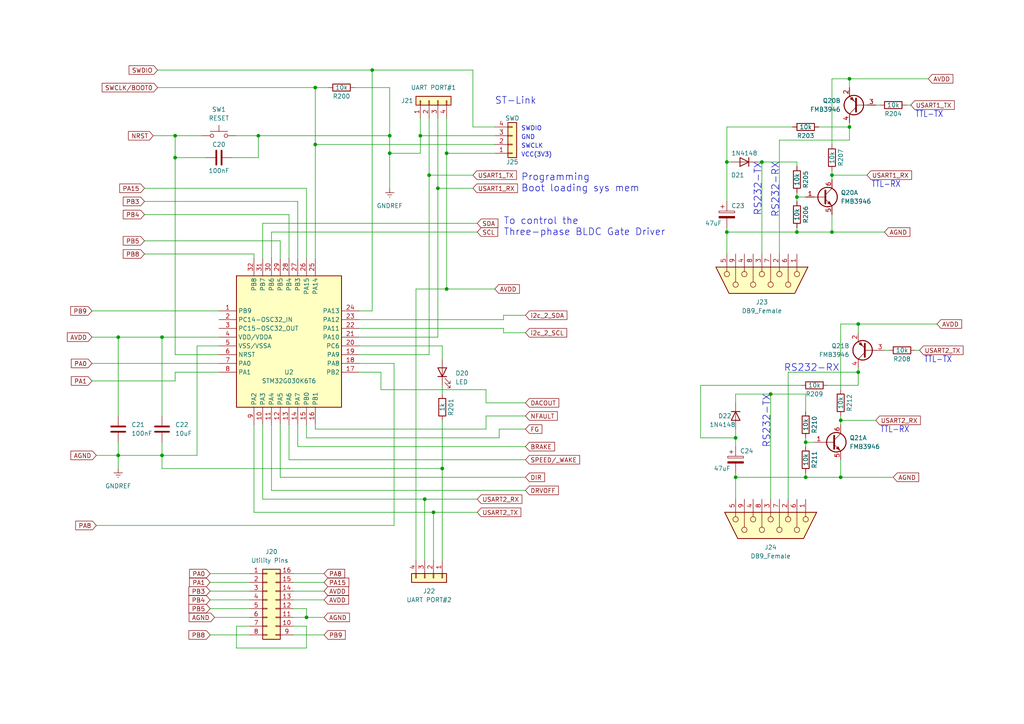
<source format=kicad_sch>
(kicad_sch (version 20231120) (generator "eeschema") (generator_version "8.0")
  (paper "A4")
  (lib_symbols
    (symbol "Connector:DB9_Female" (pin_names (offset 1.016) hide)
      (property "Reference" "J" (at 0 13.97 0))
      (property "Value" "DB9_Female" (at 0 -14.605 0))
      (symbol "DB9_Female_0_1"
        (circle (center -1.778 -10.16) (radius 0.762))
        (circle (center -1.778 -5.08) (radius 0.762))
        (circle (center -1.778 0) (radius 0.762))
        (circle (center -1.778 5.08) (radius 0.762))
        (circle (center -1.778 10.16) (radius 0.762))
        (polyline (pts (xy -3.81 -10.16) (xy -2.54 -10.16)))
        (polyline (pts (xy -3.81 -7.62) (xy 0.508 -7.62)))
        (polyline (pts (xy -3.81 -5.08) (xy -2.54 -5.08)))
        (polyline (pts (xy -3.81 -2.54) (xy 0.508 -2.54)))
        (polyline (pts (xy -3.81 0) (xy -2.54 0)))
        (polyline (pts (xy -3.81 2.54) (xy 0.508 2.54)))
        (polyline (pts (xy -3.81 5.08) (xy -2.54 5.08)))
        (polyline (pts (xy -3.81 7.62) (xy 0.508 7.62)))
        (polyline (pts (xy -3.81 10.16) (xy -2.54 10.16)))
        (polyline (pts (xy -3.81 13.335) (xy -3.81 -13.335) (xy 3.81 -9.525) (xy 3.81 9.525) (xy -3.81 13.335)) (stroke (width 0.254)) (fill (type background)))
        (circle (center 1.27 -7.62) (radius 0.762))
        (circle (center 1.27 -2.54) (radius 0.762))
        (circle (center 1.27 2.54) (radius 0.762))
        (circle (center 1.27 7.62) (radius 0.762))
      )
      (symbol "DB9_Female_1_1"
        (pin passive line (at -7.62 10.16 0) (length 3.81) (name "1") (number "1"))
        (pin passive line (at -7.62 5.08 0) (length 3.81) (name "2") (number "2"))
        (pin passive line (at -7.62 0 0) (length 3.81) (name "3") (number "3"))
        (pin passive line (at -7.62 -5.08 0) (length 3.81) (name "4") (number "4"))
        (pin passive line (at -7.62 -10.16 0) (length 3.81) (name "5") (number "5"))
        (pin passive line (at -7.62 7.62 0) (length 3.81) (name "6") (number "6"))
        (pin passive line (at -7.62 2.54 0) (length 3.81) (name "7") (number "7"))
        (pin passive line (at -7.62 -2.54 0) (length 3.81) (name "8") (number "8"))
        (pin passive line (at -7.62 -7.62 0) (length 3.81) (name "9") (number "9"))
      )
    )
    (symbol "Connector_Generic:Conn_01x04" (pin_names (offset 1.016) hide)
      (property "Reference" "J" (at 0 5.08 0))
      (property "Value" "Conn_01x04" (at 0 -7.62 0))
      (symbol "Conn_01x04_1_1"
        (rectangle (start -1.27 -4.953) (end 0 -5.207) (stroke (width 0.1524)))
        (rectangle (start -1.27 -2.413) (end 0 -2.667) (stroke (width 0.1524)))
        (rectangle (start -1.27 0.127) (end 0 -0.127) (stroke (width 0.1524)))
        (rectangle (start -1.27 2.667) (end 0 2.413) (stroke (width 0.1524)))
        (rectangle (start -1.27 3.81) (end 1.27 -6.35) (stroke (width 0.254)) (fill (type background)))
        (pin passive line (at -5.08 2.54 0) (length 3.81) (name "Pin_1") (number "1"))
        (pin passive line (at -5.08 0 0) (length 3.81) (name "Pin_2") (number "2"))
        (pin passive line (at -5.08 -2.54 0) (length 3.81) (name "Pin_3") (number "3"))
        (pin passive line (at -5.08 -5.08 0) (length 3.81) (name "Pin_4") (number "4"))
      )
    )
    (symbol "Connector_Generic:Conn_02x08_Counter_Clockwise" (pin_names (offset 1.016) hide)
      (property "Reference" "J" (at 1.27 10.16 0))
      (property "Value" "Conn_02x08_Counter_Clockwise" (at 1.27 -12.7 0))
      (symbol "Conn_02x08_Counter_Clockwise_1_1"
        (rectangle (start -1.27 -10.033) (end 0 -10.287) (stroke (width 0.1524)))
        (rectangle (start -1.27 -7.493) (end 0 -7.747) (stroke (width 0.1524)))
        (rectangle (start -1.27 -4.953) (end 0 -5.207) (stroke (width 0.1524)))
        (rectangle (start -1.27 -2.413) (end 0 -2.667) (stroke (width 0.1524)))
        (rectangle (start -1.27 0.127) (end 0 -0.127) (stroke (width 0.1524)))
        (rectangle (start -1.27 2.667) (end 0 2.413) (stroke (width 0.1524)))
        (rectangle (start -1.27 5.207) (end 0 4.953) (stroke (width 0.1524)))
        (rectangle (start -1.27 7.747) (end 0 7.493) (stroke (width 0.1524)))
        (rectangle (start -1.27 8.89) (end 3.81 -11.43) (stroke (width 0.254)) (fill (type background)))
        (rectangle (start 3.81 -10.033) (end 2.54 -10.287) (stroke (width 0.1524)))
        (rectangle (start 3.81 -7.493) (end 2.54 -7.747) (stroke (width 0.1524)))
        (rectangle (start 3.81 -4.953) (end 2.54 -5.207) (stroke (width 0.1524)))
        (rectangle (start 3.81 -2.413) (end 2.54 -2.667) (stroke (width 0.1524)))
        (rectangle (start 3.81 0.127) (end 2.54 -0.127) (stroke (width 0.1524)))
        (rectangle (start 3.81 2.667) (end 2.54 2.413) (stroke (width 0.1524)))
        (rectangle (start 3.81 5.207) (end 2.54 4.953) (stroke (width 0.1524)))
        (rectangle (start 3.81 7.747) (end 2.54 7.493) (stroke (width 0.1524)))
        (pin passive line (at -5.08 7.62 0) (length 3.81) (name "Pin_1") (number "1"))
        (pin passive line (at 7.62 -7.62 180) (length 3.81) (name "Pin_10") (number "10"))
        (pin passive line (at 7.62 -5.08 180) (length 3.81) (name "Pin_11") (number "11"))
        (pin passive line (at 7.62 -2.54 180) (length 3.81) (name "Pin_12") (number "12"))
        (pin passive line (at 7.62 0 180) (length 3.81) (name "Pin_13") (number "13"))
        (pin passive line (at 7.62 2.54 180) (length 3.81) (name "Pin_14") (number "14"))
        (pin passive line (at 7.62 5.08 180) (length 3.81) (name "Pin_15") (number "15"))
        (pin passive line (at 7.62 7.62 180) (length 3.81) (name "Pin_16") (number "16"))
        (pin passive line (at -5.08 5.08 0) (length 3.81) (name "Pin_2") (number "2"))
        (pin passive line (at -5.08 2.54 0) (length 3.81) (name "Pin_3") (number "3"))
        (pin passive line (at -5.08 0 0) (length 3.81) (name "Pin_4") (number "4"))
        (pin passive line (at -5.08 -2.54 0) (length 3.81) (name "Pin_5") (number "5"))
        (pin passive line (at -5.08 -5.08 0) (length 3.81) (name "Pin_6") (number "6"))
        (pin passive line (at -5.08 -7.62 0) (length 3.81) (name "Pin_7") (number "7"))
        (pin passive line (at -5.08 -10.16 0) (length 3.81) (name "Pin_8") (number "8"))
        (pin passive line (at 7.62 -10.16 180) (length 3.81) (name "Pin_9") (number "9"))
      )
    )
    (symbol "DB9_Female_1" (pin_names (offset 1.016) hide)
      (property "Reference" "J" (at 0 13.97 0))
      (property "Value" "DB9_Female_1" (at 0 -14.605 0))
      (symbol "DB9_Female_1_0_1"
        (circle (center -1.778 -10.16) (radius 0.762))
        (circle (center -1.778 -5.08) (radius 0.762))
        (circle (center -1.778 0) (radius 0.762))
        (circle (center -1.778 5.08) (radius 0.762))
        (circle (center -1.778 10.16) (radius 0.762))
        (polyline (pts (xy -3.81 -10.16) (xy -2.54 -10.16)))
        (polyline (pts (xy -3.81 -7.62) (xy 0.508 -7.62)))
        (polyline (pts (xy -3.81 -5.08) (xy -2.54 -5.08)))
        (polyline (pts (xy -3.81 -2.54) (xy 0.508 -2.54)))
        (polyline (pts (xy -3.81 0) (xy -2.54 0)))
        (polyline (pts (xy -3.81 2.54) (xy 0.508 2.54)))
        (polyline (pts (xy -3.81 5.08) (xy -2.54 5.08)))
        (polyline (pts (xy -3.81 7.62) (xy 0.508 7.62)))
        (polyline (pts (xy -3.81 10.16) (xy -2.54 10.16)))
        (polyline (pts (xy -3.81 13.335) (xy -3.81 -13.335) (xy 3.81 -9.525) (xy 3.81 9.525) (xy -3.81 13.335)) (stroke (width 0.254)) (fill (type background)))
        (circle (center 1.27 -7.62) (radius 0.762))
        (circle (center 1.27 -2.54) (radius 0.762))
        (circle (center 1.27 2.54) (radius 0.762))
        (circle (center 1.27 7.62) (radius 0.762))
      )
      (symbol "DB9_Female_1_1_1"
        (pin passive line (at -7.62 10.16 0) (length 3.81) (name "1") (number "1"))
        (pin passive line (at -7.62 5.08 0) (length 3.81) (name "2") (number "2"))
        (pin passive line (at -7.62 0 0) (length 3.81) (name "3") (number "3"))
        (pin passive line (at -7.62 -5.08 0) (length 3.81) (name "4") (number "4"))
        (pin passive line (at -7.62 -10.16 0) (length 3.81) (name "5") (number "5"))
        (pin passive line (at -7.62 7.62 0) (length 3.81) (name "6") (number "6"))
        (pin passive line (at -7.62 2.54 0) (length 3.81) (name "7") (number "7"))
        (pin passive line (at -7.62 -2.54 0) (length 3.81) (name "8") (number "8"))
        (pin passive line (at -7.62 -7.62 0) (length 3.81) (name "9") (number "9"))
      )
    )
    (symbol "Device:C" (pin_numbers hide) (pin_names (offset 0.254))
      (property "Reference" "C" (at 0.635 2.54 0))
      (property "Value" "C" (at 0.635 -2.54 0))
      (symbol "C_0_1"
        (polyline (pts (xy -2.032 -0.762) (xy 2.032 -0.762)) (stroke (width 0.508)))
        (polyline (pts (xy -2.032 0.762) (xy 2.032 0.762)) (stroke (width 0.508)))
      )
      (symbol "C_1_1"
        (pin passive line (at 0 3.81 270) (length 2.794) (name "~") (number "1"))
        (pin passive line (at 0 -3.81 90) (length 2.794) (name "~") (number "2"))
      )
    )
    (symbol "Device:C_Polarized" (pin_numbers hide) (pin_names (offset 0.254))
      (property "Reference" "C" (at 0.635 2.54 0))
      (property "Value" "C_Polarized" (at 0.635 -2.54 0))
      (symbol "C_Polarized_0_1"
        (rectangle (start -2.286 0.508) (end 2.286 1.016))
        (polyline (pts (xy -1.778 2.286) (xy -0.762 2.286)))
        (polyline (pts (xy -1.27 2.794) (xy -1.27 1.778)))
        (rectangle (start 2.286 -0.508) (end -2.286 -1.016) (fill (type outline)))
      )
      (symbol "C_Polarized_1_1"
        (pin passive line (at 0 3.81 270) (length 2.794) (name "~") (number "1"))
        (pin passive line (at 0 -3.81 90) (length 2.794) (name "~") (number "2"))
      )
    )
    (symbol "Device:LED" (pin_numbers hide) (pin_names (offset 1.016) hide)
      (property "Reference" "D" (at 0 2.54 0))
      (property "Value" "LED" (at 0 -2.54 0))
      (symbol "LED_0_1"
        (polyline (pts (xy -1.27 -1.27) (xy -1.27 1.27)) (stroke (width 0.254)))
        (polyline (pts (xy -1.27 0) (xy 1.27 0)))
        (polyline (pts (xy 1.27 -1.27) (xy 1.27 1.27) (xy -1.27 0) (xy 1.27 -1.27)) (stroke (width 0.254)))
        (polyline (pts (xy -3.048 -0.762) (xy -4.572 -2.286) (xy -3.81 -2.286) (xy -4.572 -2.286) (xy -4.572 -1.524)))
        (polyline (pts (xy -1.778 -0.762) (xy -3.302 -2.286) (xy -2.54 -2.286) (xy -3.302 -2.286) (xy -3.302 -1.524)))
      )
      (symbol "LED_1_1"
        (pin passive line (at -3.81 0 0) (length 2.54) (name "K") (number "1"))
        (pin passive line (at 3.81 0 180) (length 2.54) (name "A") (number "2"))
      )
    )
    (symbol "Device:R" (pin_numbers hide) (pin_names (offset 0))
      (property "Reference" "R" (at 2.032 0 90))
      (property "Value" "R" (at 0 0 90))
      (symbol "R_0_1"
        (rectangle (start -1.016 -2.54) (end 1.016 2.54) (stroke (width 0.254)))
      )
      (symbol "R_1_1"
        (pin passive line (at 0 3.81 270) (length 1.27) (name "~") (number "1"))
        (pin passive line (at 0 -3.81 90) (length 1.27) (name "~") (number "2"))
      )
    )
    (symbol "Diode:1N4148" (pin_numbers hide) (pin_names (offset 1.016) hide)
      (property "Reference" "D" (at 0 2.54 0))
      (property "Value" "1N4148" (at 0 -2.54 0))
      (symbol "1N4148_0_1"
        (polyline (pts (xy -1.27 1.27) (xy -1.27 -1.27)) (stroke (width 0.254)))
        (polyline (pts (xy 1.27 0) (xy -1.27 0)))
        (polyline (pts (xy 1.27 1.27) (xy 1.27 -1.27) (xy -1.27 0) (xy 1.27 1.27)) (stroke (width 0.254)))
      )
      (symbol "1N4148_1_1"
        (pin passive line (at -3.81 0 0) (length 2.54) (name "K") (number "1"))
        (pin passive line (at 3.81 0 180) (length 2.54) (name "A") (number "2"))
      )
    )
    (symbol "STM32G030K6T6:STM32G030K6T6"
      (property "Value" "STM32G030K6T6" (at 0 0 0))
      (property "Reference_1" "IC" (at 36.83 15.24 0))
      (property "Value_1" "STM32G030K6T6" (at 36.83 12.7 0))
      (symbol "STM32G030K6T6_1_1"
        (rectangle (start 5.08 10.16) (end 35.56 -27.94) (stroke (width 0.254)) (fill (type background)))
        (pin passive line (at 0 0 0) (length 5.08) (name "PB9") (number "1"))
        (pin passive line (at 12.7 -33.02 90) (length 5.08) (name "PA3") (number "10"))
        (pin passive line (at 15.24 -33.02 90) (length 5.08) (name "PA4") (number "11"))
        (pin passive line (at 17.78 -33.02 90) (length 5.08) (name "PA5") (number "12"))
        (pin passive line (at 20.32 -33.02 90) (length 5.08) (name "PA6") (number "13"))
        (pin passive line (at 22.86 -33.02 90) (length 5.08) (name "PA7") (number "14"))
        (pin passive line (at 25.4 -33.02 90) (length 5.08) (name "PB0") (number "15"))
        (pin passive line (at 27.94 -33.02 90) (length 5.08) (name "PB1") (number "16"))
        (pin passive line (at 40.64 -17.78 180) (length 5.08) (name "PB2") (number "17"))
        (pin passive line (at 40.64 -15.24 180) (length 5.08) (name "PA8") (number "18"))
        (pin passive line (at 40.64 -12.7 180) (length 5.08) (name "PA9") (number "19"))
        (pin passive line (at 0 -2.54 0) (length 5.08) (name "PC14-OSC32_IN") (number "2"))
        (pin passive line (at 40.64 -10.16 180) (length 5.08) (name "PC6") (number "20"))
        (pin passive line (at 40.64 -7.62 180) (length 5.08) (name "PA10") (number "21"))
        (pin passive line (at 40.64 -5.08 180) (length 5.08) (name "PA11") (number "22"))
        (pin passive line (at 40.64 -2.54 180) (length 5.08) (name "PA12") (number "23"))
        (pin passive line (at 40.64 0 180) (length 5.08) (name "PA13") (number "24"))
        (pin passive line (at 27.94 15.24 270) (length 5.08) (name "PA14") (number "25"))
        (pin passive line (at 25.4 15.24 270) (length 5.08) (name "PA15") (number "26"))
        (pin passive line (at 22.86 15.24 270) (length 5.08) (name "PB3") (number "27"))
        (pin passive line (at 20.32 15.24 270) (length 5.08) (name "PB4") (number "28"))
        (pin passive line (at 17.78 15.24 270) (length 5.08) (name "PB5") (number "29"))
        (pin passive line (at 0 -5.08 0) (length 5.08) (name "PC15-OSC32_OUT") (number "3"))
        (pin passive line (at 15.24 15.24 270) (length 5.08) (name "PB6") (number "30"))
        (pin passive line (at 12.7 15.24 270) (length 5.08) (name "PB7") (number "31"))
        (pin passive line (at 10.16 15.24 270) (length 5.08) (name "PB8") (number "32"))
        (pin passive line (at 0 -7.62 0) (length 5.08) (name "VDD/VDDA") (number "4"))
        (pin passive line (at 0 -10.16 0) (length 5.08) (name "VSS/VSSA") (number "5"))
        (pin passive line (at 0 -12.7 0) (length 5.08) (name "NRST") (number "6"))
        (pin passive line (at 0 -15.24 0) (length 5.08) (name "PA0") (number "7"))
        (pin passive line (at 0 -17.78 0) (length 5.08) (name "PA1") (number "8"))
        (pin passive line (at 10.16 -33.02 90) (length 5.08) (name "PA2") (number "9"))
      )
    )
    (symbol "Switch:SW_Push" (pin_numbers hide) (pin_names (offset 1.016) hide)
      (property "Reference" "SW" (at 1.27 2.54 0))
      (property "Value" "SW_Push" (at 0 -1.524 0))
      (symbol "SW_Push_0_1"
        (circle (center -2.032 0) (radius 0.508))
        (polyline (pts (xy 0 1.27) (xy 0 3.048)))
        (polyline (pts (xy 2.54 1.27) (xy -2.54 1.27)))
        (circle (center 2.032 0) (radius 0.508))
        (pin passive line (at -5.08 0 0) (length 2.54) (name "1") (number "1"))
        (pin passive line (at 5.08 0 180) (length 2.54) (name "2") (number "2"))
      )
    )
    (symbol "Transistor_BJT:FMB3946" (pin_names (offset 0) hide)
      (property "Reference" "Q" (at 5.08 1.27 0))
      (property "Value" "FMB3946" (at 5.08 -1.27 0))
      (symbol "FMB3946_0_1"
        (polyline (pts (xy 0.635 0) (xy -2.54 0)))
        (circle (center 1.27 0) (radius 2.8194) (stroke (width 0.254)))
        (circle (center 1.27 0) (radius 2.8194) (stroke (width 0.254)))
      )
      (symbol "FMB3946_1_1"
        (polyline (pts (xy 0.635 0.635) (xy 2.54 2.54)))
        (polyline (pts (xy 0.635 -0.635) (xy 2.54 -2.54) (xy 2.54 -2.54)))
        (polyline (pts (xy 0.635 1.905) (xy 0.635 -1.905) (xy 0.635 -1.905)) (stroke (width 0.508)))
        (polyline (pts (xy 1.27 -1.778) (xy 1.778 -1.27) (xy 2.286 -2.286) (xy 1.27 -1.778) (xy 1.27 -1.778)) (fill (type outline)))
        (pin input line (at -5.08 0 0) (length 2.54) (name "B1") (number "1"))
        (pin passive line (at 2.54 -5.08 90) (length 2.54) (name "E1") (number "5"))
        (pin passive line (at 2.54 5.08 270) (length 2.54) (name "C1") (number "6"))
      )
      (symbol "FMB3946_2_1"
        (polyline (pts (xy 0.635 0.635) (xy 2.54 2.54)))
        (polyline (pts (xy 0.635 -0.635) (xy 2.54 -2.54) (xy 2.54 -2.54)))
        (polyline (pts (xy 0.635 1.905) (xy 0.635 -1.905) (xy 0.635 -1.905)) (stroke (width 0.508)))
        (polyline (pts (xy 2.286 -1.778) (xy 1.778 -2.286) (xy 1.27 -1.27) (xy 2.286 -1.778) (xy 2.286 -1.778)) (fill (type outline)))
        (pin passive line (at 2.54 -5.08 90) (length 2.54) (name "E2") (number "2"))
        (pin input line (at -5.08 0 0) (length 2.54) (name "B2") (number "3"))
        (pin passive line (at 2.54 5.08 270) (length 2.54) (name "C2") (number "4"))
      )
    )
    (symbol "power:GNDREF" (power) (pin_names (offset 0))
      (property "Value" "GNDREF" (at 0 -3.81 0))
      (symbol "GNDREF_0_1"
        (polyline (pts (xy -0.635 -1.905) (xy 0.635 -1.905)))
        (polyline (pts (xy -0.127 -2.54) (xy 0.127 -2.54)))
        (polyline (pts (xy 0 -1.27) (xy 0 0)))
        (polyline (pts (xy 1.27 -1.27) (xy -1.27 -1.27)))
      )
      (symbol "GNDREF_1_1"
        (pin power_in line (at 0 0 270) (length 0) hide (name "GNDREF") (number "1"))
      )
    )
  )
  (junction (at 46.99 132.08))
  (junction (at 127 54.61))
  (junction (at 241.3 50.8))
  (junction (at 231.14 57.15))
  (junction (at 34.29 132.08))
  (junction (at 125.73 148.59))
  (junction (at 107.95 20.32))
  (junction (at 121.92 39.37))
  (junction (at 74.93 39.37))
  (junction (at 248.92 107.95))
  (junction (at 246.38 22.86))
  (junction (at 46.99 97.79))
  (junction (at 210.82 67.31))
  (junction (at 213.36 138.43))
  (junction (at 210.82 46.99))
  (junction (at 123.19 144.78))
  (junction (at 246.38 36.83))
  (junction (at 233.68 138.43))
  (junction (at 91.44 41.91))
  (junction (at 223.52 114.3))
  (junction (at 128.27 135.89))
  (junction (at 113.03 44.45))
  (junction (at 243.84 121.92))
  (junction (at 50.8 39.37))
  (junction (at 248.92 93.98))
  (junction (at 243.84 138.43))
  (junction (at 233.68 128.27))
  (junction (at 124.46 50.8))
  (junction (at 91.44 25.4))
  (junction (at 213.36 127))
  (junction (at 34.29 97.79))
  (junction (at 231.14 67.31))
  (junction (at 241.3 67.31))
  (junction (at 220.98 46.99))
  (junction (at 50.8 45.72))
  (junction (at 129.54 44.45))
  (junction (at 113.03 39.37))
  (junction (at 129.54 83.82))
  (junction (at 88.9 179.07))
  (wire (pts (xy 146.05 92.71) (xy 146.05 91.44)))
  (wire (pts (xy 50.8 110.49) (xy 50.8 107.95)))
  (wire (pts (xy 50.8 102.87) (xy 63.5 102.87)))
  (wire (pts (xy 121.92 39.37) (xy 121.92 44.45)))
  (wire (pts (xy 241.3 49.53) (xy 241.3 50.8)))
  (wire (pts (xy 246.38 22.86) (xy 269.24 22.86)))
  (wire (pts (xy 140.97 113.03) (xy 140.97 116.84)))
  (wire (pts (xy 233.68 114.3) (xy 233.68 119.38)))
  (wire (pts (xy 265.43 101.6) (xy 266.7 101.6)))
  (wire (pts (xy 60.96 171.45) (xy 72.39 171.45)))
  (wire (pts (xy 228.6 107.95) (xy 228.6 144.78)))
  (wire (pts (xy 143.51 39.37) (xy 121.92 39.37)))
  (wire (pts (xy 73.66 73.66) (xy 41.91 73.66)))
  (wire (pts (xy 123.19 144.78) (xy 123.19 162.56)))
  (wire (pts (xy 129.54 44.45) (xy 129.54 83.82)))
  (wire (pts (xy 146.05 96.52) (xy 152.4 96.52)))
  (wire (pts (xy 26.67 97.79) (xy 34.29 97.79)))
  (wire (pts (xy 74.93 39.37) (xy 68.58 39.37)))
  (wire (pts (xy 210.82 36.83) (xy 229.87 36.83)))
  (wire (pts (xy 110.49 107.95) (xy 110.49 113.03)))
  (wire (pts (xy 124.46 102.87) (xy 124.46 50.8)))
  (wire (pts (xy 58.42 39.37) (xy 50.8 39.37)))
  (wire (pts (xy 85.09 171.45) (xy 93.98 171.45)))
  (wire (pts (xy 203.2 127) (xy 213.36 127)))
  (wire (pts (xy 83.82 133.35) (xy 83.82 123.19)))
  (wire (pts (xy 88.9 187.96) (xy 88.9 181.61)))
  (wire (pts (xy 243.84 121.92) (xy 254 121.92)))
  (wire (pts (xy 85.09 176.53) (xy 88.9 176.53)))
  (wire (pts (xy 213.36 144.78) (xy 213.36 138.43)))
  (wire (pts (xy 120.65 162.56) (xy 120.65 83.82)))
  (wire (pts (xy 210.82 73.66) (xy 210.82 67.31)))
  (wire (pts (xy 233.68 128.27) (xy 233.68 129.54)))
  (wire (pts (xy 241.3 50.8) (xy 241.3 52.07)))
  (wire (pts (xy 233.68 138.43) (xy 243.84 138.43)))
  (wire (pts (xy 110.49 113.03) (xy 140.97 113.03)))
  (wire (pts (xy 68.58 187.96) (xy 88.9 187.96)))
  (wire (pts (xy 104.14 97.79) (xy 127 97.79)))
  (wire (pts (xy 60.96 166.37) (xy 72.39 166.37)))
  (wire (pts (xy 81.28 74.93) (xy 81.28 69.85)))
  (wire (pts (xy 113.03 44.45) (xy 121.92 44.45)))
  (wire (pts (xy 128.27 100.33) (xy 104.14 100.33)))
  (wire (pts (xy 104.14 95.25) (xy 146.05 95.25)))
  (wire (pts (xy 88.9 127) (xy 144.78 127)))
  (wire (pts (xy 128.27 162.56) (xy 128.27 135.89)))
  (wire (pts (xy 63.5 97.79) (xy 46.99 97.79)))
  (wire (pts (xy 213.36 127) (xy 213.36 129.54)))
  (wire (pts (xy 233.68 127) (xy 233.68 128.27)))
  (wire (pts (xy 129.54 34.29) (xy 129.54 44.45)))
  (wire (pts (xy 45.72 25.4) (xy 91.44 25.4)))
  (wire (pts (xy 223.52 144.78) (xy 223.52 114.3)))
  (wire (pts (xy 241.3 67.31) (xy 256.54 67.31)))
  (wire (pts (xy 128.27 121.92) (xy 128.27 135.89)))
  (wire (pts (xy 63.5 105.41) (xy 26.67 105.41)))
  (wire (pts (xy 226.06 40.64) (xy 246.38 40.64)))
  (wire (pts (xy 73.66 74.93) (xy 73.66 73.66)))
  (wire (pts (xy 127 54.61) (xy 127 34.29)))
  (wire (pts (xy 81.28 123.19) (xy 81.28 138.43)))
  (wire (pts (xy 63.5 100.33) (xy 57.15 100.33)))
  (wire (pts (xy 46.99 135.89) (xy 46.99 132.08)))
  (wire (pts (xy 213.36 137.16) (xy 213.36 138.43)))
  (wire (pts (xy 62.23 179.07) (xy 72.39 179.07)))
  (wire (pts (xy 45.72 20.32) (xy 107.95 20.32)))
  (wire (pts (xy 143.51 36.83) (xy 137.16 36.83)))
  (wire (pts (xy 243.84 120.65) (xy 243.84 121.92)))
  (wire (pts (xy 213.36 138.43) (xy 233.68 138.43)))
  (wire (pts (xy 220.98 73.66) (xy 220.98 46.99)))
  (wire (pts (xy 76.2 64.77) (xy 138.43 64.77)))
  (wire (pts (xy 50.8 45.72) (xy 50.8 102.87)))
  (wire (pts (xy 104.14 107.95) (xy 110.49 107.95)))
  (wire (pts (xy 144.78 124.46) (xy 152.4 124.46)))
  (wire (pts (xy 88.9 74.93) (xy 88.9 54.61)))
  (wire (pts (xy 246.38 36.83) (xy 246.38 40.64)))
  (wire (pts (xy 91.44 41.91) (xy 91.44 74.93)))
  (wire (pts (xy 146.05 95.25) (xy 146.05 96.52)))
  (wire (pts (xy 246.38 22.86) (xy 246.38 25.4)))
  (wire (pts (xy 246.38 35.56) (xy 246.38 36.83)))
  (wire (pts (xy 140.97 120.65) (xy 152.4 120.65)))
  (wire (pts (xy 67.31 45.72) (xy 74.93 45.72)))
  (wire (pts (xy 113.03 39.37) (xy 113.03 25.4)))
  (wire (pts (xy 243.84 93.98) (xy 248.92 93.98)))
  (wire (pts (xy 74.93 39.37) (xy 113.03 39.37)))
  (wire (pts (xy 248.92 93.98) (xy 248.92 96.52)))
  (wire (pts (xy 46.99 132.08) (xy 34.29 132.08)))
  (wire (pts (xy 226.06 40.64) (xy 226.06 73.66)))
  (wire (pts (xy 91.44 41.91) (xy 143.51 41.91)))
  (wire (pts (xy 144.78 127) (xy 144.78 124.46)))
  (wire (pts (xy 248.92 107.95) (xy 248.92 111.76)))
  (wire (pts (xy 137.16 36.83) (xy 137.16 20.32)))
  (wire (pts (xy 241.3 62.23) (xy 241.3 67.31)))
  (wire (pts (xy 41.91 62.23) (xy 83.82 62.23)))
  (wire (pts (xy 46.99 135.89) (xy 128.27 135.89)))
  (wire (pts (xy 129.54 83.82) (xy 143.51 83.82)))
  (wire (pts (xy 46.99 97.79) (xy 46.99 120.65)))
  (wire (pts (xy 46.99 97.79) (xy 34.29 97.79)))
  (wire (pts (xy 237.49 36.83) (xy 246.38 36.83)))
  (wire (pts (xy 44.45 39.37) (xy 50.8 39.37)))
  (wire (pts (xy 81.28 138.43) (xy 152.4 138.43)))
  (wire (pts (xy 50.8 110.49) (xy 26.67 110.49)))
  (wire (pts (xy 78.74 67.31) (xy 78.74 74.93)))
  (wire (pts (xy 203.2 111.76) (xy 232.41 111.76)))
  (wire (pts (xy 128.27 104.14) (xy 128.27 100.33)))
  (wire (pts (xy 78.74 67.31) (xy 138.43 67.31)))
  (wire (pts (xy 57.15 100.33) (xy 57.15 132.08)))
  (wire (pts (xy 60.96 176.53) (xy 72.39 176.53)))
  (wire (pts (xy 76.2 144.78) (xy 123.19 144.78)))
  (wire (pts (xy 210.82 66.04) (xy 210.82 67.31)))
  (wire (pts (xy 120.65 83.82) (xy 129.54 83.82)))
  (wire (pts (xy 60.96 184.15) (xy 72.39 184.15)))
  (wire (pts (xy 76.2 144.78) (xy 76.2 123.19)))
  (wire (pts (xy 27.94 132.08) (xy 34.29 132.08)))
  (wire (pts (xy 152.4 129.54) (xy 86.36 129.54)))
  (wire (pts (xy 146.05 91.44) (xy 152.4 91.44)))
  (wire (pts (xy 50.8 39.37) (xy 50.8 45.72)))
  (wire (pts (xy 88.9 176.53) (xy 88.9 179.07)))
  (wire (pts (xy 219.71 46.99) (xy 220.98 46.99)))
  (wire (pts (xy 88.9 123.19) (xy 88.9 127)))
  (wire (pts (xy 34.29 132.08) (xy 34.29 135.89)))
  (wire (pts (xy 243.84 121.92) (xy 243.84 123.19)))
  (wire (pts (xy 128.27 111.76) (xy 128.27 114.3)))
  (wire (pts (xy 140.97 116.84) (xy 152.4 116.84)))
  (wire (pts (xy 228.6 107.95) (xy 248.92 107.95)))
  (wire (pts (xy 231.14 66.04) (xy 231.14 67.31)))
  (wire (pts (xy 85.09 173.99) (xy 93.98 173.99)))
  (wire (pts (xy 231.14 57.15) (xy 233.68 57.15)))
  (wire (pts (xy 41.91 69.85) (xy 81.28 69.85)))
  (wire (pts (xy 107.95 20.32) (xy 107.95 90.17)))
  (wire (pts (xy 85.09 166.37) (xy 93.98 166.37)))
  (wire (pts (xy 231.14 55.88) (xy 231.14 57.15)))
  (wire (pts (xy 83.82 74.93) (xy 83.82 62.23)))
  (wire (pts (xy 59.69 45.72) (xy 50.8 45.72)))
  (wire (pts (xy 233.68 128.27) (xy 236.22 128.27)))
  (wire (pts (xy 60.96 173.99) (xy 72.39 173.99)))
  (wire (pts (xy 73.66 148.59) (xy 125.73 148.59)))
  (wire (pts (xy 34.29 97.79) (xy 34.29 120.65)))
  (wire (pts (xy 243.84 138.43) (xy 259.08 138.43)))
  (wire (pts (xy 231.14 67.31) (xy 241.3 67.31)))
  (wire (pts (xy 72.39 181.61) (xy 68.58 181.61)))
  (wire (pts (xy 34.29 128.27) (xy 34.29 132.08)))
  (wire (pts (xy 127 97.79) (xy 127 54.61)))
  (wire (pts (xy 85.09 181.61) (xy 88.9 181.61)))
  (wire (pts (xy 213.36 114.3) (xy 223.52 114.3)))
  (wire (pts (xy 137.16 20.32) (xy 107.95 20.32)))
  (wire (pts (xy 124.46 50.8) (xy 137.16 50.8)))
  (wire (pts (xy 240.03 111.76) (xy 248.92 111.76)))
  (wire (pts (xy 85.09 184.15) (xy 93.98 184.15)))
  (wire (pts (xy 91.44 25.4) (xy 91.44 41.91)))
  (wire (pts (xy 248.92 106.68) (xy 248.92 107.95)))
  (wire (pts (xy 104.14 92.71) (xy 146.05 92.71)))
  (wire (pts (xy 86.36 129.54) (xy 86.36 123.19)))
  (wire (pts (xy 248.92 93.98) (xy 271.78 93.98)))
  (wire (pts (xy 73.66 148.59) (xy 73.66 123.19)))
  (wire (pts (xy 26.67 90.17) (xy 63.5 90.17)))
  (wire (pts (xy 60.96 168.91) (xy 72.39 168.91)))
  (wire (pts (xy 125.73 148.59) (xy 138.43 148.59)))
  (wire (pts (xy 243.84 133.35) (xy 243.84 138.43)))
  (wire (pts (xy 104.14 102.87) (xy 124.46 102.87)))
  (wire (pts (xy 143.51 44.45) (xy 129.54 44.45)))
  (wire (pts (xy 125.73 148.59) (xy 125.73 162.56)))
  (wire (pts (xy 210.82 36.83) (xy 210.82 46.99)))
  (wire (pts (xy 210.82 67.31) (xy 231.14 67.31)))
  (wire (pts (xy 241.3 22.86) (xy 241.3 41.91)))
  (wire (pts (xy 113.03 44.45) (xy 113.03 54.61)))
  (wire (pts (xy 68.58 181.61) (xy 68.58 187.96)))
  (wire (pts (xy 86.36 58.42) (xy 41.91 58.42)))
  (wire (pts (xy 210.82 46.99) (xy 212.09 46.99)))
  (wire (pts (xy 233.68 137.16) (xy 233.68 138.43)))
  (wire (pts (xy 124.46 50.8) (xy 124.46 34.29)))
  (wire (pts (xy 210.82 46.99) (xy 210.82 58.42)))
  (wire (pts (xy 113.03 39.37) (xy 113.03 44.45)))
  (wire (pts (xy 243.84 93.98) (xy 243.84 113.03)))
  (wire (pts (xy 138.43 144.78) (xy 123.19 144.78)))
  (wire (pts (xy 152.4 133.35) (xy 83.82 133.35)))
  (wire (pts (xy 91.44 123.19) (xy 91.44 124.46)))
  (wire (pts (xy 46.99 128.27) (xy 46.99 132.08)))
  (wire (pts (xy 85.09 168.91) (xy 93.98 168.91)))
  (wire (pts (xy 256.54 101.6) (xy 257.81 101.6)))
  (wire (pts (xy 57.15 132.08) (xy 46.99 132.08)))
  (wire (pts (xy 114.3 105.41) (xy 114.3 152.4)))
  (wire (pts (xy 41.91 54.61) (xy 88.9 54.61)))
  (wire (pts (xy 50.8 107.95) (xy 63.5 107.95)))
  (wire (pts (xy 78.74 123.19) (xy 78.74 142.24)))
  (wire (pts (xy 76.2 64.77) (xy 76.2 74.93)))
  (wire (pts (xy 262.89 30.48) (xy 264.16 30.48)))
  (wire (pts (xy 91.44 124.46) (xy 140.97 124.46)))
  (wire (pts (xy 95.25 25.4) (xy 91.44 25.4)))
  (wire (pts (xy 203.2 111.76) (xy 203.2 127)))
  (wire (pts (xy 127 54.61) (xy 137.16 54.61)))
  (wire (pts (xy 104.14 90.17) (xy 107.95 90.17)))
  (wire (pts (xy 241.3 50.8) (xy 251.46 50.8)))
  (wire (pts (xy 27.94 152.4) (xy 114.3 152.4)))
  (wire (pts (xy 104.14 105.41) (xy 114.3 105.41)))
  (wire (pts (xy 231.14 46.99) (xy 231.14 48.26)))
  (wire (pts (xy 231.14 57.15) (xy 231.14 58.42)))
  (wire (pts (xy 88.9 179.07) (xy 93.98 179.07)))
  (wire (pts (xy 78.74 142.24) (xy 152.4 142.24)))
  (wire (pts (xy 85.09 179.07) (xy 88.9 179.07)))
  (wire (pts (xy 220.98 46.99) (xy 231.14 46.99)))
  (wire (pts (xy 113.03 25.4) (xy 102.87 25.4)))
  (wire (pts (xy 140.97 124.46) (xy 140.97 120.65)))
  (wire (pts (xy 254 30.48) (xy 255.27 30.48)))
  (wire (pts (xy 213.36 124.46) (xy 213.36 127)))
  (wire (pts (xy 223.52 114.3) (xy 233.68 114.3)))
  (wire (pts (xy 86.36 74.93) (xy 86.36 58.42)))
  (wire (pts (xy 213.36 116.84) (xy 213.36 114.3)))
  (wire (pts (xy 121.92 34.29) (xy 121.92 39.37)))
  (wire (pts (xy 74.93 45.72) (xy 74.93 39.37)))
  (wire (pts (xy 241.3 22.86) (xy 246.38 22.86)))
  (text "ST-Link" (at 143.51 30.48 0) (effects (font (size 2 2)) (justify left bottom)))
  (text "GND" (at 151.13 40.64 0) (effects (font (size 1.27 1.27)) (justify left bottom)))
  (text "RS232-RX" (at 227.33 107.95 0) (effects (font (size 2 2)) (justify left bottom)))
  (text "RS232-RX" (at 226.06 46.99 90) (effects (font (size 2 2)) (justify right bottom)))
  (text "Programming\nBoot loading sys mem" (at 151.13 55.88 0) (effects (font (size 2 2)) (justify left bottom)))
  (text "SWCLK" (at 151.13 43.18 0) (effects (font (size 1.27 1.27)) (justify left bottom)))
  (text "TTL-RX" (at 252.73 54.61 0) (effects (font (size 1.778 1.5113)) (justify left bottom)))
  (text "To control the \nThree-phase BLDC Gate Driver" (at 146.05 68.58 0) (effects (font (size 2 2)) (justify left bottom)))
  (text "VCC(3V3)" (at 151.13 45.72 0) (effects (font (size 1.27 1.27)) (justify left bottom)))
  (text "SWDIO" (at 151.13 38.1 0) (effects (font (size 1.27 1.27)) (justify left bottom)))
  (text "TTL-TX" (at 267.97 105.41 0) (effects (font (size 1.778 1.5113)) (justify left bottom)))
  (text "RS232-TX" (at 220.98 46.99 90) (effects (font (size 2 2)) (justify right bottom)))
  (text "TTL-TX" (at 265.43 34.29 0) (effects (font (size 1.778 1.5113)) (justify left bottom)))
  (text "RS232-TX" (at 223.52 114.3 90) (effects (font (size 2 2)) (justify right bottom)))
  (text "TTL-RX" (at 255.27 125.73 0) (effects (font (size 1.778 1.5113)) (justify left bottom)))
  (global_label "SWCLK{slash}BOOT0" (shape input) (at 45.72 25.4 180) (property "Intersheetrefs" "${INTERSHEET_REFS}" (effects (hide yes))))
  (global_label "PB4" (shape input) (at 41.91 62.23 180) (property "Intersheetrefs" "${INTERSHEET_REFS}" (effects (hide yes))))
  (global_label "NRST" (shape input) (at 44.45 39.37 180) (property "Intersheetrefs" "${INTERSHEET_REFS}" (effects (hide yes))))
  (global_label "NFAULT" (shape input) (at 152.4 120.65 0) (property "Intersheetrefs" "${INTERSHEET_REFS}" (effects (hide yes))))
  (global_label "AGND" (shape input) (at 259.08 138.43 0) (property "Intersheetrefs" "${INTERSHEET_REFS}" (effects (hide yes))))
  (global_label "PB5" (shape input) (at 41.91 69.85 180) (property "Intersheetrefs" "${INTERSHEET_REFS}" (effects (hide yes))))
  (global_label "USART2_TX" (shape input) (at 138.43 148.59 0) (property "Intersheetrefs" "${INTERSHEET_REFS}" (effects (hide yes))))
  (global_label "AVDD" (shape input) (at 269.24 22.86 0) (property "Intersheetrefs" "${INTERSHEET_REFS}" (effects (hide yes))))
  (global_label "DRVOFF" (shape input) (at 152.4 142.24 0) (property "Intersheetrefs" "${INTERSHEET_REFS}" (effects (hide yes))))
  (global_label "AVDD" (shape input) (at 93.98 173.99 0) (property "Intersheetrefs" "${INTERSHEET_REFS}" (effects (hide yes))))
  (global_label "PB5" (shape input) (at 60.96 176.53 180) (property "Intersheetrefs" "${INTERSHEET_REFS}" (effects (hide yes))))
  (global_label "AVDD" (shape input) (at 93.98 171.45 0) (property "Intersheetrefs" "${INTERSHEET_REFS}" (effects (hide yes))))
  (global_label "SPEED{slash}_WAKE" (shape input) (at 152.4 133.35 0) (property "Intersheetrefs" "${INTERSHEET_REFS}" (effects (hide yes))))
  (global_label "PA8" (shape input) (at 93.98 166.37 0) (property "Intersheetrefs" "${INTERSHEET_REFS}" (effects (hide yes))))
  (global_label "USART2_RX" (shape input) (at 138.43 144.78 0) (property "Intersheetrefs" "${INTERSHEET_REFS}" (effects (hide yes))))
  (global_label "AVDD" (shape input) (at 143.51 83.82 0) (property "Intersheetrefs" "${INTERSHEET_REFS}" (effects (hide yes))))
  (global_label "PB3" (shape input) (at 60.96 171.45 180) (property "Intersheetrefs" "${INTERSHEET_REFS}" (effects (hide yes))))
  (global_label "PB4" (shape input) (at 60.96 173.99 180) (property "Intersheetrefs" "${INTERSHEET_REFS}" (effects (hide yes))))
  (global_label "PA15" (shape input) (at 41.91 54.61 180) (property "Intersheetrefs" "${INTERSHEET_REFS}" (effects (hide yes))))
  (global_label "PB8" (shape input) (at 41.91 73.66 180) (property "Intersheetrefs" "${INTERSHEET_REFS}" (effects (hide yes))))
  (global_label "AGND" (shape input) (at 27.94 132.08 180) (property "Intersheetrefs" "${INTERSHEET_REFS}" (effects (hide yes))))
  (global_label "DACOUT" (shape input) (at 152.4 116.84 0) (property "Intersheetrefs" "${INTERSHEET_REFS}" (effects (hide yes))))
  (global_label "AGND" (shape input) (at 256.54 67.31 0) (property "Intersheetrefs" "${INTERSHEET_REFS}" (effects (hide yes))))
  (global_label "PB8" (shape input) (at 60.96 184.15 180) (property "Intersheetrefs" "${INTERSHEET_REFS}" (effects (hide yes))))
  (global_label "BRAKE" (shape input) (at 152.4 129.54 0) (property "Intersheetrefs" "${INTERSHEET_REFS}" (effects (hide yes))))
  (global_label "AVDD" (shape input) (at 26.67 97.79 180) (property "Intersheetrefs" "${INTERSHEET_REFS}" (effects (hide yes))))
  (global_label "USART1_TX" (shape input) (at 137.16 50.8 0) (property "Intersheetrefs" "${INTERSHEET_REFS}" (effects (hide yes))))
  (global_label "USART2_RX" (shape input) (at 254 121.92 0) (property "Intersheetrefs" "${INTERSHEET_REFS}" (effects (hide yes))))
  (global_label "SDA" (shape input) (at 138.43 64.77 0) (property "Intersheetrefs" "${INTERSHEET_REFS}" (effects (hide yes))))
  (global_label "i2c_2_SCL" (shape input) (at 152.4 96.52 0) (property "Intersheetrefs" "${INTERSHEET_REFS}" (effects (hide yes))))
  (global_label "PA0" (shape input) (at 60.96 166.37 180) (property "Intersheetrefs" "${INTERSHEET_REFS}" (effects (hide yes))))
  (global_label "AGND" (shape input) (at 93.98 179.07 0) (property "Intersheetrefs" "${INTERSHEET_REFS}" (effects (hide yes))))
  (global_label "USART2_TX" (shape input) (at 266.7 101.6 0) (property "Intersheetrefs" "${INTERSHEET_REFS}" (effects (hide yes))))
  (global_label "SCL" (shape input) (at 138.43 67.31 0) (property "Intersheetrefs" "${INTERSHEET_REFS}" (effects (hide yes))))
  (global_label "PB9" (shape input) (at 93.98 184.15 0) (property "Intersheetrefs" "${INTERSHEET_REFS}" (effects (hide yes))))
  (global_label "USART1_TX" (shape input) (at 264.16 30.48 0) (property "Intersheetrefs" "${INTERSHEET_REFS}" (effects (hide yes))))
  (global_label "USART1_RX" (shape input) (at 251.46 50.8 0) (property "Intersheetrefs" "${INTERSHEET_REFS}" (effects (hide yes))))
  (global_label "PB9" (shape input) (at 26.67 90.17 180) (property "Intersheetrefs" "${INTERSHEET_REFS}" (effects (hide yes))))
  (global_label "PB3" (shape input) (at 41.91 58.42 180) (property "Intersheetrefs" "${INTERSHEET_REFS}" (effects (hide yes))))
  (global_label "i2c_2_SDA" (shape input) (at 152.4 91.44 0) (property "Intersheetrefs" "${INTERSHEET_REFS}" (effects (hide yes))))
  (global_label "PA1" (shape input) (at 26.67 110.49 180) (property "Intersheetrefs" "${INTERSHEET_REFS}" (effects (hide yes))))
  (global_label "FG" (shape input) (at 152.4 124.46 0) (property "Intersheetrefs" "${INTERSHEET_REFS}" (effects (hide yes))))
  (global_label "AVDD" (shape input) (at 271.78 93.98 0) (property "Intersheetrefs" "${INTERSHEET_REFS}" (effects (hide yes))))
  (global_label "PA1" (shape input) (at 60.96 168.91 180) (property "Intersheetrefs" "${INTERSHEET_REFS}" (effects (hide yes))))
  (global_label "PA8" (shape input) (at 27.94 152.4 180) (property "Intersheetrefs" "${INTERSHEET_REFS}" (effects (hide yes))))
  (global_label "SWDIO" (shape input) (at 45.72 20.32 180) (property "Intersheetrefs" "${INTERSHEET_REFS}" (effects (hide yes))))
  (global_label "AGND" (shape input) (at 62.23 179.07 180) (property "Intersheetrefs" "${INTERSHEET_REFS}" (effects (hide yes))))
  (global_label "PA15" (shape input) (at 93.98 168.91 0) (property "Intersheetrefs" "${INTERSHEET_REFS}" (effects (hide yes))))
  (global_label "DIR" (shape input) (at 152.4 138.43 0) (property "Intersheetrefs" "${INTERSHEET_REFS}" (effects (hide yes))))
  (global_label "PA0" (shape input) (at 26.67 105.41 180) (property "Intersheetrefs" "${INTERSHEET_REFS}" (effects (hide yes))))
  (global_label "USART1_RX" (shape input) (at 137.16 54.61 0) (property "Intersheetrefs" "${INTERSHEET_REFS}" (effects (hide yes))))
  (symbol (lib_id "Device:C_Polarized") (at 210.82 62.23 0) (unit 1)
    (property "Reference" "C23" (at 212.09 59.69 0) (effects (justify left)))
    (property "Value" "47uF" (at 204.47 64.77 0) (effects (justify left)))
    (property "Footprint" "Capacitor_SMD:C_1206_3216Metric_Pad1.33x1.80mm_HandSolder" (effects (hide yes)))
  )
  (symbol (lib_id "Connector_Generic:Conn_01x04") (at 124.46 29.21 90) (unit 1)
    (property "Reference" "J21" (at 118.11 29.21 90))
    (property "Value" "UART PORT#1" (at 125.73 25.4 90))
    (property "Footprint" "Connector_PinHeader_2.54mm:PinHeader_1x04_P2.54mm_Vertical" (effects (hide yes)))
  )
  (symbol (lib_id "power:GNDREF") (at 34.29 135.89 0) (unit 1)
    (property "Reference" "#PWR0105" (effects (hide yes)))
    (property "Value" "GNDREF" (at 34.29 140.97 0))
  )
  (symbol (lib_id "Transistor_BJT:FMB3946") (at 248.92 30.48 180) (unit 2)
    (property "Reference" "Q20" (at 243.84 29.2099 0) (effects (justify left)))
    (property "Value" "FMB3946" (at 243.84 31.7499 0) (effects (justify left)))
    (property "Footprint" "Package_TO_SOT_SMD:TSOT-23-6_HandSoldering" (effects (hide yes)))
    (property "Datasheet" "http://www.onsemi.com/pub/Collateral/FMB3946-D.pdf" (effects (hide yes)))
  )
  (symbol (lib_id "Device:R") (at 233.68 133.35 180) (unit 1)
    (property "Reference" "R211" (at 236.22 133.35 90))
    (property "Value" "10k" (at 233.68 133.35 90))
    (property "Footprint" "Resistor_SMD:R_1206_3216Metric_Pad1.30x1.75mm_HandSolder" (effects (hide yes)))
  )
  (symbol (lib_id "Device:C_Polarized") (at 213.36 133.35 0) (unit 1)
    (property "Reference" "C24" (at 214.63 130.81 0) (effects (justify left)))
    (property "Value" "47uF" (at 207.01 135.89 0) (effects (justify left)))
    (property "Footprint" "Capacitor_SMD:C_1206_3216Metric_Pad1.33x1.80mm_HandSolder" (effects (hide yes)))
  )
  (symbol (lib_id "Device:R") (at 231.14 62.23 180) (unit 1)
    (property "Reference" "R206" (at 233.68 62.23 90))
    (property "Value" "10k" (at 231.14 62.23 90))
    (property "Footprint" "Resistor_SMD:R_1206_3216Metric_Pad1.30x1.75mm_HandSolder" (effects (hide yes)))
  )
  (symbol (lib_id "Device:R") (at 233.68 36.83 90) (unit 1)
    (property "Reference" "R203" (at 233.68 39.37 90))
    (property "Value" "10k" (at 233.68 36.83 90))
    (property "Footprint" "Resistor_SMD:R_1206_3216Metric_Pad1.30x1.75mm_HandSolder" (effects (hide yes)))
  )
  (symbol (lib_id "Transistor_BJT:FMB3946") (at 238.76 57.15 0) (unit 1)
    (property "Reference" "Q20" (at 243.84 55.8799 0) (effects (justify left)))
    (property "Value" "FMB3946" (at 243.84 58.4199 0) (effects (justify left)))
    (property "Footprint" "Package_TO_SOT_SMD:TSOT-23-6_HandSoldering" (effects (hide yes)))
    (property "Datasheet" "http://www.onsemi.com/pub/Collateral/FMB3946-D.pdf" (effects (hide yes)))
  )
  (symbol (lib_id "Connector:DB9_Female") (at 220.98 81.28 270) (unit 1)
    (property "Reference" "J23" (at 220.98 87.63 90))
    (property "Value" "DB9_Female" (at 220.98 90.17 90))
    (property "Footprint" "Connector_Dsub:DSUB-9_Female_Horizontal_P2.77x2.84mm_EdgePinOffset9.90mm_Housed_MountingHolesOffset11.32mm" (effects (hide yes)))
    (property "Datasheet" " ~" (effects (hide yes)))
  )
  (symbol (lib_id "Device:R") (at 261.62 101.6 90) (unit 1)
    (property "Reference" "R208" (at 261.62 104.14 90))
    (property "Value" "10k" (at 261.62 101.6 90))
    (property "Footprint" "Resistor_SMD:R_1206_3216Metric_Pad1.30x1.75mm_HandSolder" (effects (hide yes)))
  )
  (symbol (lib_id "Device:R") (at 241.3 45.72 180) (unit 1)
    (property "Reference" "R207" (at 243.84 45.72 90))
    (property "Value" "10k" (at 241.3 45.72 90))
    (property "Footprint" "Resistor_SMD:R_1206_3216Metric_Pad1.30x1.75mm_HandSolder" (effects (hide yes)))
  )
  (symbol (lib_id "Transistor_BJT:FMB3946") (at 241.3 128.27 0) (unit 1)
    (property "Reference" "Q21" (at 246.38 126.9999 0) (effects (justify left)))
    (property "Value" "FMB3946" (at 246.38 129.5399 0) (effects (justify left)))
    (property "Footprint" "Package_TO_SOT_SMD:TSOT-23-6_HandSoldering" (effects (hide yes)))
    (property "Datasheet" "http://www.onsemi.com/pub/Collateral/FMB3946-D.pdf" (effects (hide yes)))
  )
  (symbol (lib_id "Device:R") (at 233.68 123.19 180) (unit 1)
    (property "Reference" "R210" (at 236.22 123.19 90))
    (property "Value" "10k" (at 233.68 123.19 90))
    (property "Footprint" "Resistor_SMD:R_1206_3216Metric_Pad1.30x1.75mm_HandSolder" (effects (hide yes)))
  )
  (symbol (lib_id "Connector_Generic:Conn_01x04") (at 125.73 167.64 270) (unit 1)
    (property "Reference" "J22" (at 124.46 171.45 90))
    (property "Value" "UART PORT#2" (at 124.46 173.99 90))
    (property "Footprint" "Connector_PinHeader_2.54mm:PinHeader_1x04_P2.54mm_Vertical" (effects (hide yes)))
  )
  (symbol (lib_id "Device:LED") (at 128.27 107.95 90) (unit 1)
    (property "Reference" "D20" (at 132.08 108.2674 90) (effects (justify right)))
    (property "Value" "LED" (at 132.08 110.8074 90) (effects (justify right)))
    (property "Footprint" "LED_SMD:LED_1206_3216Metric_Pad1.42x1.75mm_HandSolder" (effects (hide yes)))
  )
  (symbol (lib_id "Device:C") (at 34.29 124.46 0) (unit 1)
    (property "Reference" "C21" (at 38.1 123.1899 0) (effects (justify left)))
    (property "Value" "100nF" (at 38.1 125.7299 0) (effects (justify left)))
    (property "Footprint" "Capacitor_SMD:C_0805_2012Metric_Pad1.18x1.45mm_HandSolder" (effects (hide yes)))
  )
  (symbol (lib_id "Device:R") (at 99.06 25.4 90) (unit 1)
    (property "Reference" "R200" (at 99.06 27.94 90))
    (property "Value" "10k" (at 99.06 25.4 90))
    (property "Footprint" "Resistor_SMD:R_1206_3216Metric_Pad1.30x1.75mm_HandSolder" (effects (hide yes)))
  )
  (symbol (lib_name "DB9_Female_1") (lib_id "Connector:DB9_Female") (at 223.52 152.4 270) (unit 1)
    (property "Reference" "J24" (at 223.52 158.75 90))
    (property "Value" "DB9_Female" (at 223.52 161.29 90))
    (property "Footprint" "Connector_Dsub:DSUB-9_Female_Horizontal_P2.77x2.84mm_EdgePinOffset9.90mm_Housed_MountingHolesOffset11.32mm" (effects (hide yes)))
    (property "Datasheet" " ~" (effects (hide yes)))
  )
  (symbol (lib_id "Device:C") (at 46.99 124.46 0) (unit 1)
    (property "Reference" "C22" (at 50.8 123.1899 0) (effects (justify left)))
    (property "Value" "10uF" (at 50.8 125.7299 0) (effects (justify left)))
    (property "Footprint" "Capacitor_SMD:C_1206_3216Metric_Pad1.33x1.80mm_HandSolder" (effects (hide yes)))
  )
  (symbol (lib_id "STM32G030K6T6:STM32G030K6T6") (at 63.5 90.17 0) (unit 1)
    (property "Reference" "U2" (at 83.82 107.95 0))
    (property "Value" "STM32G030K6T6" (at 83.82 110.49 0))
    (property "Footprint" "BLDCsens:QFP80P900X900X160-32N" (effects (hide yes)))
    (property "Reference_1" "IC" (effects (hide yes)))
    (property "Value_1" "STM32G030K6T6" (effects (hide yes)))
    (property "Footprint_1" "QFP80P900X900X160-32N" (effects (hide yes)))
    (property "Datasheet_1" "https://www.st.com/resource/en/datasheet/stm32g030c6.pdf" (effects (hide yes)))
    (property "Height" "1.6" (effects (hide yes)))
    (property "Manufacturer_Name" "STMicroelectronics" (effects (hide yes)))
    (property "Manufacturer_Part_Number" "STM32G030K6T6" (effects (hide yes)))
  )
  (symbol (lib_id "Diode:1N4148") (at 213.36 120.65 270) (unit 1)
    (property "Reference" "D22" (at 208.28 120.65 90) (effects (justify left)))
    (property "Value" "1N4148" (at 205.74 123.19 90) (effects (justify left)))
    (property "Footprint" "Diode_SMD:D_1206_3216Metric_Pad1.42x1.75mm_HandSolder" (effects (hide yes)))
    (property "Datasheet" "https://assets.nexperia.com/documents/data-sheet/1N4148_1N4448.pdf" (effects (hide yes)))
  )
  (symbol (lib_id "Device:R") (at 259.08 30.48 90) (unit 1)
    (property "Reference" "R204" (at 259.08 33.02 90))
    (property "Value" "10k" (at 259.08 30.48 90))
    (property "Footprint" "Resistor_SMD:R_1206_3216Metric_Pad1.30x1.75mm_HandSolder" (effects (hide yes)))
  )
  (symbol (lib_id "Device:R") (at 128.27 118.11 180) (unit 1)
    (property "Reference" "R201" (at 130.81 118.11 90))
    (property "Value" "1k" (at 128.27 118.11 90))
    (property "Footprint" "Resistor_SMD:R_1206_3216Metric_Pad1.30x1.75mm_HandSolder" (effects (hide yes)))
  )
  (symbol (lib_id "Device:R") (at 236.22 111.76 90) (unit 1)
    (property "Reference" "R209" (at 236.22 114.3 90))
    (property "Value" "10k" (at 236.22 111.76 90))
    (property "Footprint" "Resistor_SMD:R_1206_3216Metric_Pad1.30x1.75mm_HandSolder" (effects (hide yes)))
  )
  (symbol (lib_id "Diode:1N4148") (at 215.9 46.99 180) (unit 1)
    (property "Reference" "D21" (at 215.9 50.8 0) (effects (justify left)))
    (property "Value" "1N4148" (at 219.71 44.45 0) (effects (justify left)))
    (property "Footprint" "Diode_SMD:D_1206_3216Metric_Pad1.42x1.75mm_HandSolder" (effects (hide yes)))
    (property "Datasheet" "https://assets.nexperia.com/documents/data-sheet/1N4148_1N4448.pdf" (effects (hide yes)))
  )
  (symbol (lib_id "Switch:SW_Push") (at 63.5 39.37 0) (unit 1)
    (property "Reference" "SW1" (at 63.5 31.75 0))
    (property "Value" "RESET" (at 63.5 34.29 0))
    (property "Footprint" "Button_Switch_THT:SW_PUSH_6mm_H5mm" (effects (hide yes)))
  )
  (symbol (lib_id "Transistor_BJT:FMB3946") (at 251.46 101.6 180) (unit 2)
    (property "Reference" "Q21" (at 246.38 100.3299 0) (effects (justify left)))
    (property "Value" "FMB3946" (at 246.38 102.8699 0) (effects (justify left)))
    (property "Footprint" "Package_TO_SOT_SMD:TSOT-23-6_HandSoldering" (effects (hide yes)))
    (property "Datasheet" "http://www.onsemi.com/pub/Collateral/FMB3946-D.pdf" (effects (hide yes)))
  )
  (symbol (lib_id "Connector_Generic:Conn_02x08_Counter_Clockwise") (at 77.47 173.99 0) (unit 1)
    (property "Reference" "J20" (at 78.74 160.02 0))
    (property "Value" "Utility Pins " (at 78.74 162.56 0))
    (property "Footprint" "Connector_PinHeader_2.54mm:PinHeader_2x08_P2.54mm_Vertical" (effects (hide yes)))
  )
  (symbol (lib_id "Device:R") (at 243.84 116.84 180) (unit 1)
    (property "Reference" "R212" (at 246.38 116.84 90))
    (property "Value" "10k" (at 243.84 116.84 90))
    (property "Footprint" "Resistor_SMD:R_1206_3216Metric_Pad1.30x1.75mm_HandSolder" (effects (hide yes)))
  )
  (symbol (lib_id "power:GNDREF") (at 113.03 54.61 0) (unit 1)
    (property "Reference" "#PWR0104" (effects (hide yes)))
    (property "Value" "GNDREF" (at 113.03 59.69 0))
  )
  (symbol (lib_id "Device:R") (at 231.14 52.07 180) (unit 1)
    (property "Reference" "R205" (at 233.68 52.07 90))
    (property "Value" "10k" (at 231.14 52.07 90))
    (property "Footprint" "Resistor_SMD:R_1206_3216Metric_Pad1.30x1.75mm_HandSolder" (effects (hide yes)))
  )
  (symbol (lib_id "Connector_Generic:Conn_01x04") (at 148.59 41.91 0) (mirror x) (unit 1)
    (property "Reference" "J25" (at 148.59 46.99 0))
    (property "Value" "SWD" (at 148.59 34.29 0))
    (property "Footprint" "Connector_PinHeader_2.54mm:PinHeader_1x04_P2.54mm_Vertical" (effects (hide yes)))
  )
  (symbol (lib_id "Device:C") (at 63.5 45.72 90) (unit 1)
    (property "Reference" "C20" (at 63.5 41.91 90))
    (property "Value" "100nF" (at 63.5 49.53 90))
    (property "Footprint" "Capacitor_SMD:C_0805_2012Metric_Pad1.18x1.45mm_HandSolder" (effects (hide yes)))
  )
)
</source>
